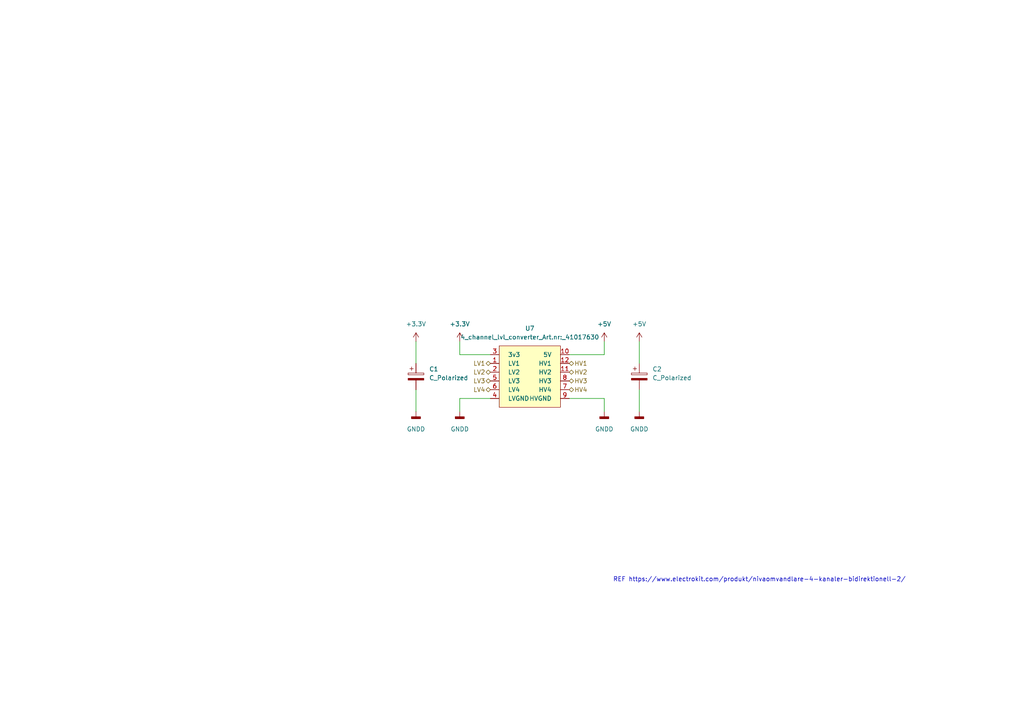
<source format=kicad_sch>
(kicad_sch (version 20211123) (generator eeschema)
  (paper "A4")
  (title_block (title "Arty Z7 IO Board") (date "2022-12-24") (rev "${VER}") (company "HiQ"))
  (lib_symbols
    (symbol "Device:C_Polarized" (pin_numbers hide) (pin_names (offset 0.254))
      (property "Reference" "C" (at 0.635 2.54 0))
      (property "Value" "C_Polarized" (at 0.635 -2.54 0))
      (symbol "C_Polarized_0_1"
        (rectangle (start -2.286 0.508) (end 2.286 1.016))
        (polyline (pts (xy -1.778 2.286) (xy -0.762 2.286)))
        (polyline (pts (xy -1.27 2.794) (xy -1.27 1.778)))
        (rectangle (start 2.286 -0.508) (end -2.286 -1.016) (fill (type outline)))
      )
      (symbol "C_Polarized_1_1"
        (pin passive line (at 0 3.81 270) (length 2.794) (name "~") (number "1"))
        (pin passive line (at 0 -3.81 90) (length 2.794) (name "~") (number "2"))
      )
    )
    (symbol "power:+3.3V" (power) (pin_names (offset 0))
      (property "Value" "+3.3V" (at 0 3.556 0))
      (symbol "+3.3V_0_1"
        (polyline (pts (xy -0.762 1.27) (xy 0 2.54)))
        (polyline (pts (xy 0 0) (xy 0 2.54)))
        (polyline (pts (xy 0 2.54) (xy 0.762 1.27)))
      )
      (symbol "+3.3V_1_1"
        (pin power_in line (at 0 0 90) (length 0) hide (name "+3.3V") (number "1"))
      )
    )
    (symbol "power:+5V" (power) (pin_names (offset 0))
      (property "Value" "+5V" (at 0 3.556 0))
      (symbol "+5V_0_1"
        (polyline (pts (xy -0.762 1.27) (xy 0 2.54)))
        (polyline (pts (xy 0 0) (xy 0 2.54)))
        (polyline (pts (xy 0 2.54) (xy 0.762 1.27)))
      )
      (symbol "+5V_1_1"
        (pin power_in line (at 0 0 90) (length 0) hide (name "+5V") (number "1"))
      )
    )
    (symbol "power:GNDD" (power) (pin_names (offset 0))
      (property "Value" "GNDD" (at 0 -3.175 0))
      (symbol "GNDD_0_1"
        (rectangle (start -1.27 -1.524) (end 1.27 -2.032) (stroke (width 0.254)) (fill (type outline)))
        (polyline (pts (xy 0 0) (xy 0 -1.524)))
      )
      (symbol "GNDD_1_1"
        (pin power_in line (at 0 0 270) (length 0) hide (name "GNDD") (number "1"))
      )
    )
    (symbol "project:4_channel_lvl_converter_Art.nr{colon}_41017630" (pin_names (offset 2.54))
      (property "Reference" "U" (at 0 13.97 0))
      (property "Value" "4_channel_lvl_converter_Art.nr{colon}_41017630" (at 1.27 11.43 0))
      (symbol "4_channel_lvl_converter_Art.nr{colon}_41017630_0_0"
        (pin bidirectional line (at -11.43 3.81 0) (length 2.54) (name "LV1") (number "1"))
        (pin power_in line (at 11.43 6.35 180) (length 2.54) (name "5V") (number "10"))
        (pin bidirectional line (at 11.43 1.27 180) (length 2.54) (name "HV2") (number "11"))
        (pin bidirectional line (at 11.43 3.81 180) (length 2.54) (name "HV1") (number "12"))
        (pin bidirectional line (at -11.43 1.27 0) (length 2.54) (name "LV2") (number "2"))
        (pin power_in line (at -11.43 6.35 0) (length 2.54) (name "3v3") (number "3"))
        (pin passive line (at -11.43 -6.35 0) (length 2.54) (name "LVGND") (number "4"))
        (pin bidirectional line (at -11.43 -1.27 0) (length 2.54) (name "LV3") (number "5"))
        (pin bidirectional line (at -11.43 -3.81 0) (length 2.54) (name "LV4") (number "6"))
        (pin bidirectional line (at 11.43 -3.81 180) (length 2.54) (name "HV4") (number "7"))
        (pin bidirectional line (at 11.43 -1.27 180) (length 2.54) (name "HV3") (number "8"))
        (pin passive line (at 11.43 -6.35 180) (length 2.54) (name "HVGND") (number "9"))
      )
      (symbol "4_channel_lvl_converter_Art.nr{colon}_41017630_0_1"
        (rectangle (start -8.89 8.89) (end 8.89 -8.89) (fill (type background)))
      )
    )
  )
  (wire (pts (xy 133.35 115.57) (xy 133.35 119.38)))
  (wire (pts (xy 133.35 99.06) (xy 133.35 102.87)))
  (wire (pts (xy 165.1 102.87) (xy 175.26 102.87)))
  (wire (pts (xy 133.35 102.87) (xy 142.24 102.87)))
  (wire (pts (xy 120.65 113.03) (xy 120.65 119.38)))
  (wire (pts (xy 165.1 115.57) (xy 175.26 115.57)))
  (wire (pts (xy 175.26 115.57) (xy 175.26 119.38)))
  (wire (pts (xy 142.24 115.57) (xy 133.35 115.57)))
  (wire (pts (xy 185.42 99.06) (xy 185.42 105.41)))
  (wire (pts (xy 185.42 113.03) (xy 185.42 119.38)))
  (wire (pts (xy 175.26 102.87) (xy 175.26 99.06)))
  (wire (pts (xy 120.65 99.06) (xy 120.65 105.41)))
  (text "REF https://www.electrokit.com/produkt/nivaomvandlare-4-kanaler-bidirektionell-2/" (at 177.8 168.91 0) (effects (font (size 1.27 1.27)) (justify left bottom)))
  (hierarchical_label "LV4" (shape bidirectional) (at 142.24 113.03 180))
  (hierarchical_label "HV2" (shape bidirectional) (at 165.1 107.95 0))
  (hierarchical_label "HV1" (shape bidirectional) (at 165.1 105.41 0))
  (hierarchical_label "HV3" (shape bidirectional) (at 165.1 110.49 0))
  (hierarchical_label "HV4" (shape bidirectional) (at 165.1 113.03 0))
  (hierarchical_label "LV2" (shape bidirectional) (at 142.24 107.95 180))
  (hierarchical_label "LV3" (shape bidirectional) (at 142.24 110.49 180))
  (hierarchical_label "LV1" (shape bidirectional) (at 142.24 105.41 180))
  (symbol (lib_id "Device:C_Polarized") (at 120.65 109.22 0) (unit 1)
    (property "Reference" "C1" (at 124.46 107.0609 0) (effects (justify left)))
    (property "Value" "C_Polarized" (at 124.46 109.6009 0) (effects (justify left)))
    (property "Footprint" "Capacitor_SMD:C_0805_2012Metric_Pad1.18x1.45mm_HandSolder" (effects hide))
  )
  (symbol (lib_id "power:+3.3V") (at 133.35 99.06 0) (unit 1)
    (property "Reference" "#PWR01" (effects hide))
    (property "Value" "+3.3V" (at 133.35 93.98 0))
  )
  (symbol (lib_id "power:+5V") (at 175.26 99.06 0) (unit 1)
    (property "Reference" "#PWR03" (effects hide))
    (property "Value" "+5V" (at 175.26 93.98 0))
  )
  (symbol (lib_id "power:GNDD") (at 120.65 119.38 0) (unit 1)
    (property "Reference" "#PWR040" (effects hide))
    (property "Value" "GNDD" (at 120.65 124.46 0))
  )
  (symbol (lib_id "power:GNDD") (at 133.35 119.38 0) (unit 1)
    (property "Reference" "#PWR02" (effects hide))
    (property "Value" "GNDD" (at 133.35 124.46 0))
  )
  (symbol (lib_id "power:+3.3V") (at 120.65 99.06 0) (unit 1)
    (property "Reference" "#PWR039" (effects hide))
    (property "Value" "+3.3V" (at 120.65 93.98 0))
  )
  (symbol (lib_id "Device:C_Polarized") (at 185.42 109.22 0) (unit 1)
    (property "Reference" "C2" (at 189.23 107.0609 0) (effects (justify left)))
    (property "Value" "C_Polarized" (at 189.23 109.6009 0) (effects (justify left)))
    (property "Footprint" "Capacitor_SMD:C_0805_2012Metric_Pad1.18x1.45mm_HandSolder" (effects hide))
  )
  (symbol (lib_id "power:+5V") (at 185.42 99.06 0) (unit 1)
    (property "Reference" "#PWR041" (effects hide))
    (property "Value" "+5V" (at 185.42 93.98 0))
  )
  (symbol (lib_id "project:4_channel_lvl_converter_Art.nr{colon}_41017630") (at 153.67 109.22 0) (unit 1)
    (property "Reference" "U7" (at 153.67 95.25 0))
    (property "Value" "4_channel_lvl_converter_Art.nr:_41017630" (at 153.67 97.79 0))
    (property "Footprint" "project:4ch_level_shifter_Artnr_ 41017630" (effects hide))
  )
  (symbol (lib_id "power:GNDD") (at 185.42 119.38 0) (unit 1)
    (property "Reference" "#PWR042" (effects hide))
    (property "Value" "GNDD" (at 185.42 124.46 0))
  )
  (symbol (lib_id "power:GNDD") (at 175.26 119.38 0) (unit 1)
    (property "Reference" "#PWR04" (effects hide))
    (property "Value" "GNDD" (at 175.26 124.46 0))
  )
)
</source>
